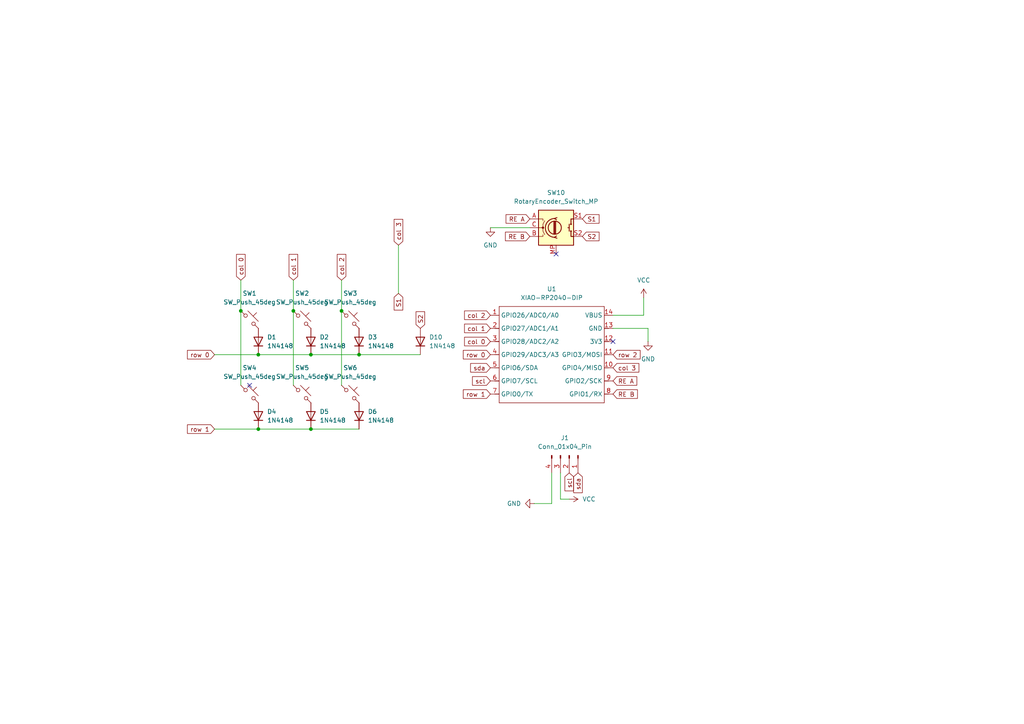
<source format=kicad_sch>
(kicad_sch
	(version 20250114)
	(generator "eeschema")
	(generator_version "9.0")
	(uuid "66899ed8-fe29-4fa9-a911-5b014b8c4a19")
	(paper "A4")
	(lib_symbols
		(symbol "Connector:Conn_01x04_Pin"
			(pin_names
				(offset 1.016)
				(hide yes)
			)
			(exclude_from_sim no)
			(in_bom yes)
			(on_board yes)
			(property "Reference" "J"
				(at 0 5.08 0)
				(effects
					(font
						(size 1.27 1.27)
					)
				)
			)
			(property "Value" "Conn_01x04_Pin"
				(at 0 -7.62 0)
				(effects
					(font
						(size 1.27 1.27)
					)
				)
			)
			(property "Footprint" ""
				(at 0 0 0)
				(effects
					(font
						(size 1.27 1.27)
					)
					(hide yes)
				)
			)
			(property "Datasheet" "~"
				(at 0 0 0)
				(effects
					(font
						(size 1.27 1.27)
					)
					(hide yes)
				)
			)
			(property "Description" "Generic connector, single row, 01x04, script generated"
				(at 0 0 0)
				(effects
					(font
						(size 1.27 1.27)
					)
					(hide yes)
				)
			)
			(property "ki_locked" ""
				(at 0 0 0)
				(effects
					(font
						(size 1.27 1.27)
					)
				)
			)
			(property "ki_keywords" "connector"
				(at 0 0 0)
				(effects
					(font
						(size 1.27 1.27)
					)
					(hide yes)
				)
			)
			(property "ki_fp_filters" "Connector*:*_1x??_*"
				(at 0 0 0)
				(effects
					(font
						(size 1.27 1.27)
					)
					(hide yes)
				)
			)
			(symbol "Conn_01x04_Pin_1_1"
				(rectangle
					(start 0.8636 2.667)
					(end 0 2.413)
					(stroke
						(width 0.1524)
						(type default)
					)
					(fill
						(type outline)
					)
				)
				(rectangle
					(start 0.8636 0.127)
					(end 0 -0.127)
					(stroke
						(width 0.1524)
						(type default)
					)
					(fill
						(type outline)
					)
				)
				(rectangle
					(start 0.8636 -2.413)
					(end 0 -2.667)
					(stroke
						(width 0.1524)
						(type default)
					)
					(fill
						(type outline)
					)
				)
				(rectangle
					(start 0.8636 -4.953)
					(end 0 -5.207)
					(stroke
						(width 0.1524)
						(type default)
					)
					(fill
						(type outline)
					)
				)
				(polyline
					(pts
						(xy 1.27 2.54) (xy 0.8636 2.54)
					)
					(stroke
						(width 0.1524)
						(type default)
					)
					(fill
						(type none)
					)
				)
				(polyline
					(pts
						(xy 1.27 0) (xy 0.8636 0)
					)
					(stroke
						(width 0.1524)
						(type default)
					)
					(fill
						(type none)
					)
				)
				(polyline
					(pts
						(xy 1.27 -2.54) (xy 0.8636 -2.54)
					)
					(stroke
						(width 0.1524)
						(type default)
					)
					(fill
						(type none)
					)
				)
				(polyline
					(pts
						(xy 1.27 -5.08) (xy 0.8636 -5.08)
					)
					(stroke
						(width 0.1524)
						(type default)
					)
					(fill
						(type none)
					)
				)
				(pin passive line
					(at 5.08 2.54 180)
					(length 3.81)
					(name "Pin_1"
						(effects
							(font
								(size 1.27 1.27)
							)
						)
					)
					(number "1"
						(effects
							(font
								(size 1.27 1.27)
							)
						)
					)
				)
				(pin passive line
					(at 5.08 0 180)
					(length 3.81)
					(name "Pin_2"
						(effects
							(font
								(size 1.27 1.27)
							)
						)
					)
					(number "2"
						(effects
							(font
								(size 1.27 1.27)
							)
						)
					)
				)
				(pin passive line
					(at 5.08 -2.54 180)
					(length 3.81)
					(name "Pin_3"
						(effects
							(font
								(size 1.27 1.27)
							)
						)
					)
					(number "3"
						(effects
							(font
								(size 1.27 1.27)
							)
						)
					)
				)
				(pin passive line
					(at 5.08 -5.08 180)
					(length 3.81)
					(name "Pin_4"
						(effects
							(font
								(size 1.27 1.27)
							)
						)
					)
					(number "4"
						(effects
							(font
								(size 1.27 1.27)
							)
						)
					)
				)
			)
			(embedded_fonts no)
		)
		(symbol "Device:RotaryEncoder_Switch_MP"
			(pin_names
				(offset 0.254)
				(hide yes)
			)
			(exclude_from_sim no)
			(in_bom yes)
			(on_board yes)
			(property "Reference" "SW"
				(at 0 8.89 0)
				(effects
					(font
						(size 1.27 1.27)
					)
				)
			)
			(property "Value" "RotaryEncoder_Switch_MP"
				(at 0 6.35 0)
				(effects
					(font
						(size 1.27 1.27)
					)
				)
			)
			(property "Footprint" ""
				(at -3.81 4.064 0)
				(effects
					(font
						(size 1.27 1.27)
					)
					(hide yes)
				)
			)
			(property "Datasheet" "~"
				(at 0 -12.7 0)
				(effects
					(font
						(size 1.27 1.27)
					)
					(hide yes)
				)
			)
			(property "Description" "Rotary encoder, dual channel, incremental quadrate outputs, with switch and MP Pin"
				(at 0 -15.24 0)
				(effects
					(font
						(size 1.27 1.27)
					)
					(hide yes)
				)
			)
			(property "ki_keywords" "rotary switch encoder switch push button"
				(at 0 0 0)
				(effects
					(font
						(size 1.27 1.27)
					)
					(hide yes)
				)
			)
			(property "ki_fp_filters" "RotaryEncoder*Switch*"
				(at 0 0 0)
				(effects
					(font
						(size 1.27 1.27)
					)
					(hide yes)
				)
			)
			(symbol "RotaryEncoder_Switch_MP_0_1"
				(rectangle
					(start -5.08 5.08)
					(end 5.08 -5.08)
					(stroke
						(width 0.254)
						(type default)
					)
					(fill
						(type background)
					)
				)
				(polyline
					(pts
						(xy -5.08 2.54) (xy -3.81 2.54) (xy -3.81 2.032)
					)
					(stroke
						(width 0)
						(type default)
					)
					(fill
						(type none)
					)
				)
				(polyline
					(pts
						(xy -5.08 0) (xy -3.81 0) (xy -3.81 -1.016) (xy -3.302 -2.032)
					)
					(stroke
						(width 0)
						(type default)
					)
					(fill
						(type none)
					)
				)
				(polyline
					(pts
						(xy -5.08 -2.54) (xy -3.81 -2.54) (xy -3.81 -2.032)
					)
					(stroke
						(width 0)
						(type default)
					)
					(fill
						(type none)
					)
				)
				(polyline
					(pts
						(xy -4.318 0) (xy -3.81 0) (xy -3.81 1.016) (xy -3.302 2.032)
					)
					(stroke
						(width 0)
						(type default)
					)
					(fill
						(type none)
					)
				)
				(circle
					(center -3.81 0)
					(radius 0.254)
					(stroke
						(width 0)
						(type default)
					)
					(fill
						(type outline)
					)
				)
				(polyline
					(pts
						(xy -0.635 -1.778) (xy -0.635 1.778)
					)
					(stroke
						(width 0.254)
						(type default)
					)
					(fill
						(type none)
					)
				)
				(circle
					(center -0.381 0)
					(radius 1.905)
					(stroke
						(width 0.254)
						(type default)
					)
					(fill
						(type none)
					)
				)
				(polyline
					(pts
						(xy -0.381 -1.778) (xy -0.381 1.778)
					)
					(stroke
						(width 0.254)
						(type default)
					)
					(fill
						(type none)
					)
				)
				(arc
					(start -0.381 -2.794)
					(mid -3.0988 -0.0635)
					(end -0.381 2.667)
					(stroke
						(width 0.254)
						(type default)
					)
					(fill
						(type none)
					)
				)
				(polyline
					(pts
						(xy -0.127 1.778) (xy -0.127 -1.778)
					)
					(stroke
						(width 0.254)
						(type default)
					)
					(fill
						(type none)
					)
				)
				(polyline
					(pts
						(xy 0.254 2.921) (xy -0.508 2.667) (xy 0.127 2.286)
					)
					(stroke
						(width 0.254)
						(type default)
					)
					(fill
						(type none)
					)
				)
				(polyline
					(pts
						(xy 0.254 -3.048) (xy -0.508 -2.794) (xy 0.127 -2.413)
					)
					(stroke
						(width 0.254)
						(type default)
					)
					(fill
						(type none)
					)
				)
				(polyline
					(pts
						(xy 3.81 1.016) (xy 3.81 -1.016)
					)
					(stroke
						(width 0.254)
						(type default)
					)
					(fill
						(type none)
					)
				)
				(polyline
					(pts
						(xy 3.81 0) (xy 3.429 0)
					)
					(stroke
						(width 0.254)
						(type default)
					)
					(fill
						(type none)
					)
				)
				(circle
					(center 4.318 1.016)
					(radius 0.127)
					(stroke
						(width 0.254)
						(type default)
					)
					(fill
						(type none)
					)
				)
				(circle
					(center 4.318 -1.016)
					(radius 0.127)
					(stroke
						(width 0.254)
						(type default)
					)
					(fill
						(type none)
					)
				)
				(polyline
					(pts
						(xy 5.08 2.54) (xy 4.318 2.54) (xy 4.318 1.016)
					)
					(stroke
						(width 0.254)
						(type default)
					)
					(fill
						(type none)
					)
				)
				(polyline
					(pts
						(xy 5.08 -2.54) (xy 4.318 -2.54) (xy 4.318 -1.016)
					)
					(stroke
						(width 0.254)
						(type default)
					)
					(fill
						(type none)
					)
				)
			)
			(symbol "RotaryEncoder_Switch_MP_1_1"
				(pin passive line
					(at -7.62 2.54 0)
					(length 2.54)
					(name "A"
						(effects
							(font
								(size 1.27 1.27)
							)
						)
					)
					(number "A"
						(effects
							(font
								(size 1.27 1.27)
							)
						)
					)
				)
				(pin passive line
					(at -7.62 0 0)
					(length 2.54)
					(name "C"
						(effects
							(font
								(size 1.27 1.27)
							)
						)
					)
					(number "C"
						(effects
							(font
								(size 1.27 1.27)
							)
						)
					)
				)
				(pin passive line
					(at -7.62 -2.54 0)
					(length 2.54)
					(name "B"
						(effects
							(font
								(size 1.27 1.27)
							)
						)
					)
					(number "B"
						(effects
							(font
								(size 1.27 1.27)
							)
						)
					)
				)
				(pin passive line
					(at 0 -7.62 90)
					(length 2.54)
					(name "MP"
						(effects
							(font
								(size 1.27 1.27)
							)
						)
					)
					(number "MP"
						(effects
							(font
								(size 1.27 1.27)
							)
						)
					)
				)
				(pin passive line
					(at 7.62 2.54 180)
					(length 2.54)
					(name "S1"
						(effects
							(font
								(size 1.27 1.27)
							)
						)
					)
					(number "S1"
						(effects
							(font
								(size 1.27 1.27)
							)
						)
					)
				)
				(pin passive line
					(at 7.62 -2.54 180)
					(length 2.54)
					(name "S2"
						(effects
							(font
								(size 1.27 1.27)
							)
						)
					)
					(number "S2"
						(effects
							(font
								(size 1.27 1.27)
							)
						)
					)
				)
			)
			(embedded_fonts no)
		)
		(symbol "Diode:1N4148"
			(pin_numbers
				(hide yes)
			)
			(pin_names
				(hide yes)
			)
			(exclude_from_sim no)
			(in_bom yes)
			(on_board yes)
			(property "Reference" "D"
				(at 0 2.54 0)
				(effects
					(font
						(size 1.27 1.27)
					)
				)
			)
			(property "Value" "1N4148"
				(at 0 -2.54 0)
				(effects
					(font
						(size 1.27 1.27)
					)
				)
			)
			(property "Footprint" "Diode_THT:D_DO-35_SOD27_P7.62mm_Horizontal"
				(at 0 0 0)
				(effects
					(font
						(size 1.27 1.27)
					)
					(hide yes)
				)
			)
			(property "Datasheet" "https://assets.nexperia.com/documents/data-sheet/1N4148_1N4448.pdf"
				(at 0 0 0)
				(effects
					(font
						(size 1.27 1.27)
					)
					(hide yes)
				)
			)
			(property "Description" "100V 0.15A standard switching diode, DO-35"
				(at 0 0 0)
				(effects
					(font
						(size 1.27 1.27)
					)
					(hide yes)
				)
			)
			(property "Sim.Device" "D"
				(at 0 0 0)
				(effects
					(font
						(size 1.27 1.27)
					)
					(hide yes)
				)
			)
			(property "Sim.Pins" "1=K 2=A"
				(at 0 0 0)
				(effects
					(font
						(size 1.27 1.27)
					)
					(hide yes)
				)
			)
			(property "ki_keywords" "diode"
				(at 0 0 0)
				(effects
					(font
						(size 1.27 1.27)
					)
					(hide yes)
				)
			)
			(property "ki_fp_filters" "D*DO?35*"
				(at 0 0 0)
				(effects
					(font
						(size 1.27 1.27)
					)
					(hide yes)
				)
			)
			(symbol "1N4148_0_1"
				(polyline
					(pts
						(xy -1.27 1.27) (xy -1.27 -1.27)
					)
					(stroke
						(width 0.254)
						(type default)
					)
					(fill
						(type none)
					)
				)
				(polyline
					(pts
						(xy 1.27 1.27) (xy 1.27 -1.27) (xy -1.27 0) (xy 1.27 1.27)
					)
					(stroke
						(width 0.254)
						(type default)
					)
					(fill
						(type none)
					)
				)
				(polyline
					(pts
						(xy 1.27 0) (xy -1.27 0)
					)
					(stroke
						(width 0)
						(type default)
					)
					(fill
						(type none)
					)
				)
			)
			(symbol "1N4148_1_1"
				(pin passive line
					(at -3.81 0 0)
					(length 2.54)
					(name "K"
						(effects
							(font
								(size 1.27 1.27)
							)
						)
					)
					(number "1"
						(effects
							(font
								(size 1.27 1.27)
							)
						)
					)
				)
				(pin passive line
					(at 3.81 0 180)
					(length 2.54)
					(name "A"
						(effects
							(font
								(size 1.27 1.27)
							)
						)
					)
					(number "2"
						(effects
							(font
								(size 1.27 1.27)
							)
						)
					)
				)
			)
			(embedded_fonts no)
		)
		(symbol "OPL:XIAO-RP2040-DIP"
			(exclude_from_sim no)
			(in_bom yes)
			(on_board yes)
			(property "Reference" "U"
				(at 0 0 0)
				(effects
					(font
						(size 1.27 1.27)
					)
				)
			)
			(property "Value" "XIAO-RP2040-DIP"
				(at 5.334 -1.778 0)
				(effects
					(font
						(size 1.27 1.27)
					)
				)
			)
			(property "Footprint" "Module:MOUDLE14P-XIAO-DIP-SMD"
				(at 14.478 -32.258 0)
				(effects
					(font
						(size 1.27 1.27)
					)
					(hide yes)
				)
			)
			(property "Datasheet" ""
				(at 0 0 0)
				(effects
					(font
						(size 1.27 1.27)
					)
					(hide yes)
				)
			)
			(property "Description" ""
				(at 0 0 0)
				(effects
					(font
						(size 1.27 1.27)
					)
					(hide yes)
				)
			)
			(symbol "XIAO-RP2040-DIP_1_0"
				(polyline
					(pts
						(xy -1.27 -2.54) (xy 29.21 -2.54)
					)
					(stroke
						(width 0.1524)
						(type solid)
					)
					(fill
						(type none)
					)
				)
				(polyline
					(pts
						(xy -1.27 -5.08) (xy -2.54 -5.08)
					)
					(stroke
						(width 0.1524)
						(type solid)
					)
					(fill
						(type none)
					)
				)
				(polyline
					(pts
						(xy -1.27 -5.08) (xy -1.27 -2.54)
					)
					(stroke
						(width 0.1524)
						(type solid)
					)
					(fill
						(type none)
					)
				)
				(polyline
					(pts
						(xy -1.27 -8.89) (xy -2.54 -8.89)
					)
					(stroke
						(width 0.1524)
						(type solid)
					)
					(fill
						(type none)
					)
				)
				(polyline
					(pts
						(xy -1.27 -8.89) (xy -1.27 -5.08)
					)
					(stroke
						(width 0.1524)
						(type solid)
					)
					(fill
						(type none)
					)
				)
				(polyline
					(pts
						(xy -1.27 -12.7) (xy -2.54 -12.7)
					)
					(stroke
						(width 0.1524)
						(type solid)
					)
					(fill
						(type none)
					)
				)
				(polyline
					(pts
						(xy -1.27 -12.7) (xy -1.27 -8.89)
					)
					(stroke
						(width 0.1524)
						(type solid)
					)
					(fill
						(type none)
					)
				)
				(polyline
					(pts
						(xy -1.27 -16.51) (xy -2.54 -16.51)
					)
					(stroke
						(width 0.1524)
						(type solid)
					)
					(fill
						(type none)
					)
				)
				(polyline
					(pts
						(xy -1.27 -16.51) (xy -1.27 -12.7)
					)
					(stroke
						(width 0.1524)
						(type solid)
					)
					(fill
						(type none)
					)
				)
				(polyline
					(pts
						(xy -1.27 -20.32) (xy -2.54 -20.32)
					)
					(stroke
						(width 0.1524)
						(type solid)
					)
					(fill
						(type none)
					)
				)
				(polyline
					(pts
						(xy -1.27 -24.13) (xy -2.54 -24.13)
					)
					(stroke
						(width 0.1524)
						(type solid)
					)
					(fill
						(type none)
					)
				)
				(polyline
					(pts
						(xy -1.27 -27.94) (xy -2.54 -27.94)
					)
					(stroke
						(width 0.1524)
						(type solid)
					)
					(fill
						(type none)
					)
				)
				(polyline
					(pts
						(xy -1.27 -30.48) (xy -1.27 -16.51)
					)
					(stroke
						(width 0.1524)
						(type solid)
					)
					(fill
						(type none)
					)
				)
				(polyline
					(pts
						(xy 29.21 -2.54) (xy 29.21 -5.08)
					)
					(stroke
						(width 0.1524)
						(type solid)
					)
					(fill
						(type none)
					)
				)
				(polyline
					(pts
						(xy 29.21 -5.08) (xy 29.21 -8.89)
					)
					(stroke
						(width 0.1524)
						(type solid)
					)
					(fill
						(type none)
					)
				)
				(polyline
					(pts
						(xy 29.21 -8.89) (xy 29.21 -12.7)
					)
					(stroke
						(width 0.1524)
						(type solid)
					)
					(fill
						(type none)
					)
				)
				(polyline
					(pts
						(xy 29.21 -12.7) (xy 29.21 -30.48)
					)
					(stroke
						(width 0.1524)
						(type solid)
					)
					(fill
						(type none)
					)
				)
				(polyline
					(pts
						(xy 29.21 -30.48) (xy -1.27 -30.48)
					)
					(stroke
						(width 0.1524)
						(type solid)
					)
					(fill
						(type none)
					)
				)
				(polyline
					(pts
						(xy 30.48 -5.08) (xy 29.21 -5.08)
					)
					(stroke
						(width 0.1524)
						(type solid)
					)
					(fill
						(type none)
					)
				)
				(polyline
					(pts
						(xy 30.48 -8.89) (xy 29.21 -8.89)
					)
					(stroke
						(width 0.1524)
						(type solid)
					)
					(fill
						(type none)
					)
				)
				(polyline
					(pts
						(xy 30.48 -12.7) (xy 29.21 -12.7)
					)
					(stroke
						(width 0.1524)
						(type solid)
					)
					(fill
						(type none)
					)
				)
				(polyline
					(pts
						(xy 30.48 -16.51) (xy 29.21 -16.51)
					)
					(stroke
						(width 0.1524)
						(type solid)
					)
					(fill
						(type none)
					)
				)
				(polyline
					(pts
						(xy 30.48 -20.32) (xy 29.21 -20.32)
					)
					(stroke
						(width 0.1524)
						(type solid)
					)
					(fill
						(type none)
					)
				)
				(polyline
					(pts
						(xy 30.48 -24.13) (xy 29.21 -24.13)
					)
					(stroke
						(width 0.1524)
						(type solid)
					)
					(fill
						(type none)
					)
				)
				(polyline
					(pts
						(xy 30.48 -27.94) (xy 29.21 -27.94)
					)
					(stroke
						(width 0.1524)
						(type solid)
					)
					(fill
						(type none)
					)
				)
				(pin passive line
					(at -3.81 -5.08 0)
					(length 2.54)
					(name "GPIO26/ADC0/A0"
						(effects
							(font
								(size 1.27 1.27)
							)
						)
					)
					(number "1"
						(effects
							(font
								(size 1.27 1.27)
							)
						)
					)
				)
				(pin passive line
					(at -3.81 -8.89 0)
					(length 2.54)
					(name "GPIO27/ADC1/A1"
						(effects
							(font
								(size 1.27 1.27)
							)
						)
					)
					(number "2"
						(effects
							(font
								(size 1.27 1.27)
							)
						)
					)
				)
				(pin passive line
					(at -3.81 -12.7 0)
					(length 2.54)
					(name "GPIO28/ADC2/A2"
						(effects
							(font
								(size 1.27 1.27)
							)
						)
					)
					(number "3"
						(effects
							(font
								(size 1.27 1.27)
							)
						)
					)
				)
				(pin passive line
					(at -3.81 -16.51 0)
					(length 2.54)
					(name "GPIO29/ADC3/A3"
						(effects
							(font
								(size 1.27 1.27)
							)
						)
					)
					(number "4"
						(effects
							(font
								(size 1.27 1.27)
							)
						)
					)
				)
				(pin passive line
					(at -3.81 -20.32 0)
					(length 2.54)
					(name "GPIO6/SDA"
						(effects
							(font
								(size 1.27 1.27)
							)
						)
					)
					(number "5"
						(effects
							(font
								(size 1.27 1.27)
							)
						)
					)
				)
				(pin passive line
					(at -3.81 -24.13 0)
					(length 2.54)
					(name "GPIO7/SCL"
						(effects
							(font
								(size 1.27 1.27)
							)
						)
					)
					(number "6"
						(effects
							(font
								(size 1.27 1.27)
							)
						)
					)
				)
				(pin passive line
					(at -3.81 -27.94 0)
					(length 2.54)
					(name "GPIO0/TX"
						(effects
							(font
								(size 1.27 1.27)
							)
						)
					)
					(number "7"
						(effects
							(font
								(size 1.27 1.27)
							)
						)
					)
				)
				(pin passive line
					(at 31.75 -5.08 180)
					(length 2.54)
					(name "VBUS"
						(effects
							(font
								(size 1.27 1.27)
							)
						)
					)
					(number "14"
						(effects
							(font
								(size 1.27 1.27)
							)
						)
					)
				)
				(pin passive line
					(at 31.75 -8.89 180)
					(length 2.54)
					(name "GND"
						(effects
							(font
								(size 1.27 1.27)
							)
						)
					)
					(number "13"
						(effects
							(font
								(size 1.27 1.27)
							)
						)
					)
				)
				(pin passive line
					(at 31.75 -12.7 180)
					(length 2.54)
					(name "3V3"
						(effects
							(font
								(size 1.27 1.27)
							)
						)
					)
					(number "12"
						(effects
							(font
								(size 1.27 1.27)
							)
						)
					)
				)
				(pin passive line
					(at 31.75 -16.51 180)
					(length 2.54)
					(name "GPIO3/MOSI"
						(effects
							(font
								(size 1.27 1.27)
							)
						)
					)
					(number "11"
						(effects
							(font
								(size 1.27 1.27)
							)
						)
					)
				)
				(pin passive line
					(at 31.75 -20.32 180)
					(length 2.54)
					(name "GPIO4/MISO"
						(effects
							(font
								(size 1.27 1.27)
							)
						)
					)
					(number "10"
						(effects
							(font
								(size 1.27 1.27)
							)
						)
					)
				)
				(pin passive line
					(at 31.75 -24.13 180)
					(length 2.54)
					(name "GPIO2/SCK"
						(effects
							(font
								(size 1.27 1.27)
							)
						)
					)
					(number "9"
						(effects
							(font
								(size 1.27 1.27)
							)
						)
					)
				)
				(pin passive line
					(at 31.75 -27.94 180)
					(length 2.54)
					(name "GPIO1/RX"
						(effects
							(font
								(size 1.27 1.27)
							)
						)
					)
					(number "8"
						(effects
							(font
								(size 1.27 1.27)
							)
						)
					)
				)
			)
			(embedded_fonts no)
		)
		(symbol "Switch:SW_Push_45deg"
			(pin_numbers
				(hide yes)
			)
			(pin_names
				(offset 1.016)
				(hide yes)
			)
			(exclude_from_sim no)
			(in_bom yes)
			(on_board yes)
			(property "Reference" "SW"
				(at 3.048 1.016 0)
				(effects
					(font
						(size 1.27 1.27)
					)
					(justify left)
				)
			)
			(property "Value" "SW_Push_45deg"
				(at 0 -3.81 0)
				(effects
					(font
						(size 1.27 1.27)
					)
				)
			)
			(property "Footprint" ""
				(at 0 0 0)
				(effects
					(font
						(size 1.27 1.27)
					)
					(hide yes)
				)
			)
			(property "Datasheet" "~"
				(at 0 0 0)
				(effects
					(font
						(size 1.27 1.27)
					)
					(hide yes)
				)
			)
			(property "Description" "Push button switch, normally open, two pins, 45° tilted"
				(at 0 0 0)
				(effects
					(font
						(size 1.27 1.27)
					)
					(hide yes)
				)
			)
			(property "ki_keywords" "switch normally-open pushbutton push-button"
				(at 0 0 0)
				(effects
					(font
						(size 1.27 1.27)
					)
					(hide yes)
				)
			)
			(symbol "SW_Push_45deg_0_1"
				(polyline
					(pts
						(xy -2.54 2.54) (xy -1.524 1.524) (xy -1.524 1.524)
					)
					(stroke
						(width 0)
						(type default)
					)
					(fill
						(type none)
					)
				)
				(circle
					(center -1.1684 1.1684)
					(radius 0.508)
					(stroke
						(width 0)
						(type default)
					)
					(fill
						(type none)
					)
				)
				(polyline
					(pts
						(xy -0.508 2.54) (xy 2.54 -0.508)
					)
					(stroke
						(width 0)
						(type default)
					)
					(fill
						(type none)
					)
				)
				(polyline
					(pts
						(xy 1.016 1.016) (xy 2.032 2.032)
					)
					(stroke
						(width 0)
						(type default)
					)
					(fill
						(type none)
					)
				)
				(circle
					(center 1.143 -1.1938)
					(radius 0.508)
					(stroke
						(width 0)
						(type default)
					)
					(fill
						(type none)
					)
				)
				(polyline
					(pts
						(xy 1.524 -1.524) (xy 2.54 -2.54) (xy 2.54 -2.54) (xy 2.54 -2.54)
					)
					(stroke
						(width 0)
						(type default)
					)
					(fill
						(type none)
					)
				)
				(pin passive line
					(at -2.54 2.54 0)
					(length 0)
					(name "1"
						(effects
							(font
								(size 1.27 1.27)
							)
						)
					)
					(number "1"
						(effects
							(font
								(size 1.27 1.27)
							)
						)
					)
				)
				(pin passive line
					(at 2.54 -2.54 180)
					(length 0)
					(name "2"
						(effects
							(font
								(size 1.27 1.27)
							)
						)
					)
					(number "2"
						(effects
							(font
								(size 1.27 1.27)
							)
						)
					)
				)
			)
			(embedded_fonts no)
		)
		(symbol "power:GND"
			(power)
			(pin_numbers
				(hide yes)
			)
			(pin_names
				(offset 0)
				(hide yes)
			)
			(exclude_from_sim no)
			(in_bom yes)
			(on_board yes)
			(property "Reference" "#PWR"
				(at 0 -6.35 0)
				(effects
					(font
						(size 1.27 1.27)
					)
					(hide yes)
				)
			)
			(property "Value" "GND"
				(at 0 -3.81 0)
				(effects
					(font
						(size 1.27 1.27)
					)
				)
			)
			(property "Footprint" ""
				(at 0 0 0)
				(effects
					(font
						(size 1.27 1.27)
					)
					(hide yes)
				)
			)
			(property "Datasheet" ""
				(at 0 0 0)
				(effects
					(font
						(size 1.27 1.27)
					)
					(hide yes)
				)
			)
			(property "Description" "Power symbol creates a global label with name \"GND\" , ground"
				(at 0 0 0)
				(effects
					(font
						(size 1.27 1.27)
					)
					(hide yes)
				)
			)
			(property "ki_keywords" "global power"
				(at 0 0 0)
				(effects
					(font
						(size 1.27 1.27)
					)
					(hide yes)
				)
			)
			(symbol "GND_0_1"
				(polyline
					(pts
						(xy 0 0) (xy 0 -1.27) (xy 1.27 -1.27) (xy 0 -2.54) (xy -1.27 -1.27) (xy 0 -1.27)
					)
					(stroke
						(width 0)
						(type default)
					)
					(fill
						(type none)
					)
				)
			)
			(symbol "GND_1_1"
				(pin power_in line
					(at 0 0 270)
					(length 0)
					(name "~"
						(effects
							(font
								(size 1.27 1.27)
							)
						)
					)
					(number "1"
						(effects
							(font
								(size 1.27 1.27)
							)
						)
					)
				)
			)
			(embedded_fonts no)
		)
		(symbol "power:VCC"
			(power)
			(pin_numbers
				(hide yes)
			)
			(pin_names
				(offset 0)
				(hide yes)
			)
			(exclude_from_sim no)
			(in_bom yes)
			(on_board yes)
			(property "Reference" "#PWR"
				(at 0 -3.81 0)
				(effects
					(font
						(size 1.27 1.27)
					)
					(hide yes)
				)
			)
			(property "Value" "VCC"
				(at 0 3.556 0)
				(effects
					(font
						(size 1.27 1.27)
					)
				)
			)
			(property "Footprint" ""
				(at 0 0 0)
				(effects
					(font
						(size 1.27 1.27)
					)
					(hide yes)
				)
			)
			(property "Datasheet" ""
				(at 0 0 0)
				(effects
					(font
						(size 1.27 1.27)
					)
					(hide yes)
				)
			)
			(property "Description" "Power symbol creates a global label with name \"VCC\""
				(at 0 0 0)
				(effects
					(font
						(size 1.27 1.27)
					)
					(hide yes)
				)
			)
			(property "ki_keywords" "global power"
				(at 0 0 0)
				(effects
					(font
						(size 1.27 1.27)
					)
					(hide yes)
				)
			)
			(symbol "VCC_0_1"
				(polyline
					(pts
						(xy -0.762 1.27) (xy 0 2.54)
					)
					(stroke
						(width 0)
						(type default)
					)
					(fill
						(type none)
					)
				)
				(polyline
					(pts
						(xy 0 2.54) (xy 0.762 1.27)
					)
					(stroke
						(width 0)
						(type default)
					)
					(fill
						(type none)
					)
				)
				(polyline
					(pts
						(xy 0 0) (xy 0 2.54)
					)
					(stroke
						(width 0)
						(type default)
					)
					(fill
						(type none)
					)
				)
			)
			(symbol "VCC_1_1"
				(pin power_in line
					(at 0 0 90)
					(length 0)
					(name "~"
						(effects
							(font
								(size 1.27 1.27)
							)
						)
					)
					(number "1"
						(effects
							(font
								(size 1.27 1.27)
							)
						)
					)
				)
			)
			(embedded_fonts no)
		)
	)
	(junction
		(at 104.14 102.87)
		(diameter 0)
		(color 0 0 0 0)
		(uuid "05971e41-6886-49f1-84be-1b56b94c89f5")
	)
	(junction
		(at 90.17 124.46)
		(diameter 0)
		(color 0 0 0 0)
		(uuid "75a4a7f4-e6f8-4ad9-a094-2768b48cbf4f")
	)
	(junction
		(at 90.17 102.87)
		(diameter 0)
		(color 0 0 0 0)
		(uuid "a713e274-4f69-4051-ac2d-f46698bfa7b7")
	)
	(junction
		(at 85.09 90.17)
		(diameter 0)
		(color 0 0 0 0)
		(uuid "be1dc8a8-72b8-43ab-9f28-d55a808011aa")
	)
	(junction
		(at 74.93 124.46)
		(diameter 0)
		(color 0 0 0 0)
		(uuid "cad912f7-17ad-438b-92a3-ce27239f3988")
	)
	(junction
		(at 69.85 90.17)
		(diameter 0)
		(color 0 0 0 0)
		(uuid "d9c063eb-a0e6-4094-9de6-0e1eb041091b")
	)
	(junction
		(at 99.06 90.17)
		(diameter 0)
		(color 0 0 0 0)
		(uuid "e96218a6-8215-47f3-8392-d31b67f4ecec")
	)
	(junction
		(at 74.93 102.87)
		(diameter 0)
		(color 0 0 0 0)
		(uuid "ed1ba29d-9e85-4f4b-9547-46791c65747f")
	)
	(no_connect
		(at 161.29 73.66)
		(uuid "af0e8249-cf60-4d18-913d-a7e4d4cf32a3")
	)
	(no_connect
		(at 177.8 99.06)
		(uuid "bf3d855d-c909-4e65-a6dc-7b1ca086a0d3")
	)
	(no_connect
		(at 72.39 111.76)
		(uuid "de085fab-42ea-4079-9133-869c8bc7c8bc")
	)
	(wire
		(pts
			(xy 62.23 124.46) (xy 74.93 124.46)
		)
		(stroke
			(width 0)
			(type default)
		)
		(uuid "0cf8b656-1ba6-4126-8fe7-602621e7fea6")
	)
	(wire
		(pts
			(xy 74.93 124.46) (xy 90.17 124.46)
		)
		(stroke
			(width 0)
			(type default)
		)
		(uuid "0d7422ac-c6d8-4b57-b823-9a18a18bafa3")
	)
	(wire
		(pts
			(xy 69.85 81.28) (xy 69.85 90.17)
		)
		(stroke
			(width 0)
			(type default)
		)
		(uuid "147ffdbe-50e7-420d-9ffc-0fa831722f15")
	)
	(wire
		(pts
			(xy 186.69 86.36) (xy 186.69 91.44)
		)
		(stroke
			(width 0)
			(type default)
		)
		(uuid "1a043d5c-03c6-419c-a342-f0d0f16dfe83")
	)
	(wire
		(pts
			(xy 85.09 90.17) (xy 85.09 111.76)
		)
		(stroke
			(width 0)
			(type default)
		)
		(uuid "313cd6d9-5b8b-4208-96a1-fd5102679430")
	)
	(wire
		(pts
			(xy 160.02 137.16) (xy 160.02 146.05)
		)
		(stroke
			(width 0)
			(type default)
		)
		(uuid "321ffbb3-43be-468d-8256-15098d317a9d")
	)
	(wire
		(pts
			(xy 69.85 90.17) (xy 69.85 111.76)
		)
		(stroke
			(width 0)
			(type default)
		)
		(uuid "366a6bcc-c6e9-47d6-abf6-6363632a1654")
	)
	(wire
		(pts
			(xy 99.06 90.17) (xy 99.06 111.76)
		)
		(stroke
			(width 0)
			(type default)
		)
		(uuid "3bc8d323-d198-4c5e-ad95-6f42b6f5a2d7")
	)
	(wire
		(pts
			(xy 115.57 71.12) (xy 115.57 85.09)
		)
		(stroke
			(width 0)
			(type default)
		)
		(uuid "43afdfdb-44f9-4968-8e87-fd323ea0426d")
	)
	(wire
		(pts
			(xy 74.93 102.87) (xy 90.17 102.87)
		)
		(stroke
			(width 0)
			(type default)
		)
		(uuid "4a3547cb-8812-4a7e-800a-8ef523b685f2")
	)
	(wire
		(pts
			(xy 177.8 91.44) (xy 186.69 91.44)
		)
		(stroke
			(width 0)
			(type default)
		)
		(uuid "5c086107-78ec-46db-927b-fa70e0b50de9")
	)
	(wire
		(pts
			(xy 162.56 137.16) (xy 162.56 144.78)
		)
		(stroke
			(width 0)
			(type default)
		)
		(uuid "60cd1e55-69cb-4eb2-a0e2-8ef80dd5669e")
	)
	(wire
		(pts
			(xy 104.14 102.87) (xy 121.92 102.87)
		)
		(stroke
			(width 0)
			(type default)
		)
		(uuid "75e5b24f-0677-4017-a313-bf03f5dfd520")
	)
	(wire
		(pts
			(xy 62.23 102.87) (xy 74.93 102.87)
		)
		(stroke
			(width 0)
			(type default)
		)
		(uuid "7de91584-24a9-43d9-a1f1-ab577799ccb5")
	)
	(wire
		(pts
			(xy 90.17 102.87) (xy 104.14 102.87)
		)
		(stroke
			(width 0)
			(type default)
		)
		(uuid "8552298a-30bf-4630-8fb4-a7d4c24816ce")
	)
	(wire
		(pts
			(xy 142.24 66.04) (xy 153.67 66.04)
		)
		(stroke
			(width 0)
			(type default)
		)
		(uuid "8fe9ee56-3d2a-4bf1-8a2c-11cb92e01d9b")
	)
	(wire
		(pts
			(xy 154.94 146.05) (xy 160.02 146.05)
		)
		(stroke
			(width 0)
			(type default)
		)
		(uuid "a09a9357-6c80-4904-bf69-888755a82b4c")
	)
	(wire
		(pts
			(xy 85.09 81.28) (xy 85.09 90.17)
		)
		(stroke
			(width 0)
			(type default)
		)
		(uuid "b03ad697-371d-445d-82a8-2dce531574f3")
	)
	(wire
		(pts
			(xy 177.8 95.25) (xy 187.96 95.25)
		)
		(stroke
			(width 0)
			(type default)
		)
		(uuid "c54fa7b1-5dff-43a9-9449-024859892b68")
	)
	(wire
		(pts
			(xy 99.06 81.28) (xy 99.06 90.17)
		)
		(stroke
			(width 0)
			(type default)
		)
		(uuid "ca087306-5e6d-402a-83ad-001d6a27434e")
	)
	(wire
		(pts
			(xy 187.96 95.25) (xy 187.96 99.06)
		)
		(stroke
			(width 0)
			(type default)
		)
		(uuid "e2350990-a30a-4477-abaf-c630bbcac0dd")
	)
	(wire
		(pts
			(xy 90.17 124.46) (xy 104.14 124.46)
		)
		(stroke
			(width 0)
			(type default)
		)
		(uuid "ef5f0953-c3d8-418c-a05f-76d5e53ed6d9")
	)
	(wire
		(pts
			(xy 162.56 144.78) (xy 165.1 144.78)
		)
		(stroke
			(width 0)
			(type default)
		)
		(uuid "fb485f70-18f1-4e34-b3d9-b09686e0970a")
	)
	(global_label "S1"
		(shape input)
		(at 168.91 63.5 0)
		(fields_autoplaced yes)
		(effects
			(font
				(size 1.27 1.27)
			)
			(justify left)
		)
		(uuid "0929c20a-a7f1-47af-908d-4bf32995147a")
		(property "Intersheetrefs" "${INTERSHEET_REFS}"
			(at 174.3142 63.5 0)
			(effects
				(font
					(size 1.27 1.27)
				)
				(justify left)
				(hide yes)
			)
		)
	)
	(global_label "RE B"
		(shape input)
		(at 153.67 68.58 180)
		(fields_autoplaced yes)
		(effects
			(font
				(size 1.27 1.27)
			)
			(justify right)
		)
		(uuid "0aa5358b-12a4-419d-8edc-dd39b68a2e98")
		(property "Intersheetrefs" "${INTERSHEET_REFS}"
			(at 146.0282 68.58 0)
			(effects
				(font
					(size 1.27 1.27)
				)
				(justify right)
				(hide yes)
			)
		)
	)
	(global_label "scl"
		(shape input)
		(at 165.1 137.16 270)
		(fields_autoplaced yes)
		(effects
			(font
				(size 1.27 1.27)
			)
			(justify right)
		)
		(uuid "0bc132e8-76a3-4cc2-ba46-8b8b2d75770d")
		(property "Intersheetrefs" "${INTERSHEET_REFS}"
			(at 165.1 142.9271 90)
			(effects
				(font
					(size 1.27 1.27)
				)
				(justify right)
				(hide yes)
			)
		)
	)
	(global_label "col 2"
		(shape input)
		(at 99.06 81.28 90)
		(fields_autoplaced yes)
		(effects
			(font
				(size 1.27 1.27)
			)
			(justify left)
		)
		(uuid "20bc4bae-f552-4bab-9c05-317afe66b548")
		(property "Intersheetrefs" "${INTERSHEET_REFS}"
			(at 99.06 73.2149 90)
			(effects
				(font
					(size 1.27 1.27)
				)
				(justify left)
				(hide yes)
			)
		)
	)
	(global_label "sda"
		(shape input)
		(at 167.64 137.16 270)
		(fields_autoplaced yes)
		(effects
			(font
				(size 1.27 1.27)
			)
			(justify right)
		)
		(uuid "24e07446-9116-43d8-9fb5-9760d567b8bf")
		(property "Intersheetrefs" "${INTERSHEET_REFS}"
			(at 167.64 143.4713 90)
			(effects
				(font
					(size 1.27 1.27)
				)
				(justify right)
				(hide yes)
			)
		)
	)
	(global_label "col 2"
		(shape input)
		(at 142.24 91.44 180)
		(fields_autoplaced yes)
		(effects
			(font
				(size 1.27 1.27)
			)
			(justify right)
		)
		(uuid "27631edb-ae66-41f9-9b4e-3ed446aedc3a")
		(property "Intersheetrefs" "${INTERSHEET_REFS}"
			(at 134.1749 91.44 0)
			(effects
				(font
					(size 1.27 1.27)
				)
				(justify right)
				(hide yes)
			)
		)
	)
	(global_label "col 0"
		(shape input)
		(at 69.85 81.28 90)
		(fields_autoplaced yes)
		(effects
			(font
				(size 1.27 1.27)
			)
			(justify left)
		)
		(uuid "2b3442af-9bf3-47fd-8e17-033fad9c4c5c")
		(property "Intersheetrefs" "${INTERSHEET_REFS}"
			(at 69.85 73.2149 90)
			(effects
				(font
					(size 1.27 1.27)
				)
				(justify left)
				(hide yes)
			)
		)
	)
	(global_label "row 0"
		(shape input)
		(at 142.24 102.87 180)
		(fields_autoplaced yes)
		(effects
			(font
				(size 1.27 1.27)
			)
			(justify right)
		)
		(uuid "2c698546-4f79-43e6-9d2a-71fa3bd47e21")
		(property "Intersheetrefs" "${INTERSHEET_REFS}"
			(at 133.812 102.87 0)
			(effects
				(font
					(size 1.27 1.27)
				)
				(justify right)
				(hide yes)
			)
		)
	)
	(global_label "row 1"
		(shape input)
		(at 142.24 114.3 180)
		(fields_autoplaced yes)
		(effects
			(font
				(size 1.27 1.27)
			)
			(justify right)
		)
		(uuid "335699fd-dd77-4af1-aabd-83ed6470d5e9")
		(property "Intersheetrefs" "${INTERSHEET_REFS}"
			(at 133.812 114.3 0)
			(effects
				(font
					(size 1.27 1.27)
				)
				(justify right)
				(hide yes)
			)
		)
	)
	(global_label "col 3"
		(shape input)
		(at 177.8 106.68 0)
		(fields_autoplaced yes)
		(effects
			(font
				(size 1.27 1.27)
			)
			(justify left)
		)
		(uuid "4ce36204-cff0-4ff9-9ced-0569ef99dc30")
		(property "Intersheetrefs" "${INTERSHEET_REFS}"
			(at 185.8651 106.68 0)
			(effects
				(font
					(size 1.27 1.27)
				)
				(justify left)
				(hide yes)
			)
		)
	)
	(global_label "S2"
		(shape input)
		(at 121.92 95.25 90)
		(fields_autoplaced yes)
		(effects
			(font
				(size 1.27 1.27)
			)
			(justify left)
		)
		(uuid "524f4beb-ee6f-4fa2-a03a-48cf2580c13b")
		(property "Intersheetrefs" "${INTERSHEET_REFS}"
			(at 121.92 89.8458 90)
			(effects
				(font
					(size 1.27 1.27)
				)
				(justify left)
				(hide yes)
			)
		)
	)
	(global_label "col 1"
		(shape input)
		(at 85.09 81.28 90)
		(fields_autoplaced yes)
		(effects
			(font
				(size 1.27 1.27)
			)
			(justify left)
		)
		(uuid "61b9e123-c2d9-441b-acd9-2b82491f37e2")
		(property "Intersheetrefs" "${INTERSHEET_REFS}"
			(at 85.09 73.2149 90)
			(effects
				(font
					(size 1.27 1.27)
				)
				(justify left)
				(hide yes)
			)
		)
	)
	(global_label "row 2"
		(shape input)
		(at 177.8 102.87 0)
		(fields_autoplaced yes)
		(effects
			(font
				(size 1.27 1.27)
			)
			(justify left)
		)
		(uuid "66c4a9f2-6451-457a-8361-4bfbf4249a05")
		(property "Intersheetrefs" "${INTERSHEET_REFS}"
			(at 186.228 102.87 0)
			(effects
				(font
					(size 1.27 1.27)
				)
				(justify left)
				(hide yes)
			)
		)
	)
	(global_label "row 0"
		(shape input)
		(at 62.23 102.87 180)
		(fields_autoplaced yes)
		(effects
			(font
				(size 1.27 1.27)
			)
			(justify right)
		)
		(uuid "6b10d231-3a92-4eca-b72a-a2d23de7a721")
		(property "Intersheetrefs" "${INTERSHEET_REFS}"
			(at 53.802 102.87 0)
			(effects
				(font
					(size 1.27 1.27)
				)
				(justify right)
				(hide yes)
			)
		)
	)
	(global_label "RE B"
		(shape input)
		(at 177.8 114.3 0)
		(fields_autoplaced yes)
		(effects
			(font
				(size 1.27 1.27)
			)
			(justify left)
		)
		(uuid "8286b187-01a3-4d37-8a25-35663e46f65d")
		(property "Intersheetrefs" "${INTERSHEET_REFS}"
			(at 185.4418 114.3 0)
			(effects
				(font
					(size 1.27 1.27)
				)
				(justify left)
				(hide yes)
			)
		)
	)
	(global_label "row 1"
		(shape input)
		(at 62.23 124.46 180)
		(fields_autoplaced yes)
		(effects
			(font
				(size 1.27 1.27)
			)
			(justify right)
		)
		(uuid "8cab9326-91a5-4567-a076-b62139221914")
		(property "Intersheetrefs" "${INTERSHEET_REFS}"
			(at 53.802 124.46 0)
			(effects
				(font
					(size 1.27 1.27)
				)
				(justify right)
				(hide yes)
			)
		)
	)
	(global_label "col 0"
		(shape input)
		(at 142.24 99.06 180)
		(fields_autoplaced yes)
		(effects
			(font
				(size 1.27 1.27)
			)
			(justify right)
		)
		(uuid "8f0a7095-beb7-4e0e-b4e9-02353b775b19")
		(property "Intersheetrefs" "${INTERSHEET_REFS}"
			(at 134.1749 99.06 0)
			(effects
				(font
					(size 1.27 1.27)
				)
				(justify right)
				(hide yes)
			)
		)
	)
	(global_label "RE A"
		(shape input)
		(at 177.8 110.49 0)
		(fields_autoplaced yes)
		(effects
			(font
				(size 1.27 1.27)
			)
			(justify left)
		)
		(uuid "94e8a735-8a14-420a-b8a3-9a49338eb33e")
		(property "Intersheetrefs" "${INTERSHEET_REFS}"
			(at 185.2604 110.49 0)
			(effects
				(font
					(size 1.27 1.27)
				)
				(justify left)
				(hide yes)
			)
		)
	)
	(global_label "S1"
		(shape input)
		(at 115.57 85.09 270)
		(fields_autoplaced yes)
		(effects
			(font
				(size 1.27 1.27)
			)
			(justify right)
		)
		(uuid "a2d2166a-982e-4a97-bb49-61f78e3478d7")
		(property "Intersheetrefs" "${INTERSHEET_REFS}"
			(at 115.57 90.4942 90)
			(effects
				(font
					(size 1.27 1.27)
				)
				(justify right)
				(hide yes)
			)
		)
	)
	(global_label "sda"
		(shape input)
		(at 142.24 106.68 180)
		(fields_autoplaced yes)
		(effects
			(font
				(size 1.27 1.27)
			)
			(justify right)
		)
		(uuid "bf582aae-9556-40ad-bea3-ccc3684a78c7")
		(property "Intersheetrefs" "${INTERSHEET_REFS}"
			(at 135.9287 106.68 0)
			(effects
				(font
					(size 1.27 1.27)
				)
				(justify right)
				(hide yes)
			)
		)
	)
	(global_label "col 3"
		(shape input)
		(at 115.57 71.12 90)
		(fields_autoplaced yes)
		(effects
			(font
				(size 1.27 1.27)
			)
			(justify left)
		)
		(uuid "c70ab165-4b3b-4f2c-a9a9-1f52b7e9198d")
		(property "Intersheetrefs" "${INTERSHEET_REFS}"
			(at 115.57 63.0549 90)
			(effects
				(font
					(size 1.27 1.27)
				)
				(justify left)
				(hide yes)
			)
		)
	)
	(global_label "S2"
		(shape input)
		(at 168.91 68.58 0)
		(fields_autoplaced yes)
		(effects
			(font
				(size 1.27 1.27)
			)
			(justify left)
		)
		(uuid "d31c6fbf-a942-4c97-98d8-707dd464b8af")
		(property "Intersheetrefs" "${INTERSHEET_REFS}"
			(at 174.3142 68.58 0)
			(effects
				(font
					(size 1.27 1.27)
				)
				(justify left)
				(hide yes)
			)
		)
	)
	(global_label "col 1"
		(shape input)
		(at 142.24 95.25 180)
		(fields_autoplaced yes)
		(effects
			(font
				(size 1.27 1.27)
			)
			(justify right)
		)
		(uuid "d5f55d5c-f4c8-4eb3-bcfc-7d4bec26a498")
		(property "Intersheetrefs" "${INTERSHEET_REFS}"
			(at 134.1749 95.25 0)
			(effects
				(font
					(size 1.27 1.27)
				)
				(justify right)
				(hide yes)
			)
		)
	)
	(global_label "RE A"
		(shape input)
		(at 153.67 63.5 180)
		(fields_autoplaced yes)
		(effects
			(font
				(size 1.27 1.27)
			)
			(justify right)
		)
		(uuid "d6ac8e23-5323-4a79-8f40-512066d86fe7")
		(property "Intersheetrefs" "${INTERSHEET_REFS}"
			(at 146.2096 63.5 0)
			(effects
				(font
					(size 1.27 1.27)
				)
				(justify right)
				(hide yes)
			)
		)
	)
	(global_label "scl"
		(shape input)
		(at 142.24 110.49 180)
		(fields_autoplaced yes)
		(effects
			(font
				(size 1.27 1.27)
			)
			(justify right)
		)
		(uuid "f326ce17-6641-431c-b08d-883ef7a4fdc3")
		(property "Intersheetrefs" "${INTERSHEET_REFS}"
			(at 136.4729 110.49 0)
			(effects
				(font
					(size 1.27 1.27)
				)
				(justify right)
				(hide yes)
			)
		)
	)
	(symbol
		(lib_id "Diode:1N4148")
		(at 104.14 99.06 90)
		(unit 1)
		(exclude_from_sim no)
		(in_bom yes)
		(on_board yes)
		(dnp no)
		(fields_autoplaced yes)
		(uuid "0239e2e0-c41d-4328-bd25-0e5fd4fff920")
		(property "Reference" "D3"
			(at 106.68 97.7899 90)
			(effects
				(font
					(size 1.27 1.27)
				)
				(justify right)
			)
		)
		(property "Value" "1N4148"
			(at 106.68 100.3299 90)
			(effects
				(font
					(size 1.27 1.27)
				)
				(justify right)
			)
		)
		(property "Footprint" "Diode_THT:D_DO-35_SOD27_P7.62mm_Horizontal"
			(at 104.14 99.06 0)
			(effects
				(font
					(size 1.27 1.27)
				)
				(hide yes)
			)
		)
		(property "Datasheet" "https://assets.nexperia.com/documents/data-sheet/1N4148_1N4448.pdf"
			(at 104.14 99.06 0)
			(effects
				(font
					(size 1.27 1.27)
				)
				(hide yes)
			)
		)
		(property "Description" "100V 0.15A standard switching diode, DO-35"
			(at 104.14 99.06 0)
			(effects
				(font
					(size 1.27 1.27)
				)
				(hide yes)
			)
		)
		(property "Sim.Device" "D"
			(at 104.14 99.06 0)
			(effects
				(font
					(size 1.27 1.27)
				)
				(hide yes)
			)
		)
		(property "Sim.Pins" "1=K 2=A"
			(at 104.14 99.06 0)
			(effects
				(font
					(size 1.27 1.27)
				)
				(hide yes)
			)
		)
		(pin "2"
			(uuid "265d003b-e05c-42ce-8f48-09dd84793048")
		)
		(pin "1"
			(uuid "72abd128-8707-4d2f-9cd4-8011f7019697")
		)
		(instances
			(project "macropad"
				(path "/66899ed8-fe29-4fa9-a911-5b014b8c4a19"
					(reference "D3")
					(unit 1)
				)
			)
		)
	)
	(symbol
		(lib_id "Diode:1N4148")
		(at 121.92 99.06 90)
		(unit 1)
		(exclude_from_sim no)
		(in_bom yes)
		(on_board yes)
		(dnp no)
		(fields_autoplaced yes)
		(uuid "20164cab-0af9-43c3-85e8-5d52d65bdf34")
		(property "Reference" "D10"
			(at 124.46 97.7899 90)
			(effects
				(font
					(size 1.27 1.27)
				)
				(justify right)
			)
		)
		(property "Value" "1N4148"
			(at 124.46 100.3299 90)
			(effects
				(font
					(size 1.27 1.27)
				)
				(justify right)
			)
		)
		(property "Footprint" "Diode_THT:D_DO-35_SOD27_P7.62mm_Horizontal"
			(at 121.92 99.06 0)
			(effects
				(font
					(size 1.27 1.27)
				)
				(hide yes)
			)
		)
		(property "Datasheet" "https://assets.nexperia.com/documents/data-sheet/1N4148_1N4448.pdf"
			(at 121.92 99.06 0)
			(effects
				(font
					(size 1.27 1.27)
				)
				(hide yes)
			)
		)
		(property "Description" "100V 0.15A standard switching diode, DO-35"
			(at 121.92 99.06 0)
			(effects
				(font
					(size 1.27 1.27)
				)
				(hide yes)
			)
		)
		(property "Sim.Device" "D"
			(at 121.92 99.06 0)
			(effects
				(font
					(size 1.27 1.27)
				)
				(hide yes)
			)
		)
		(property "Sim.Pins" "1=K 2=A"
			(at 121.92 99.06 0)
			(effects
				(font
					(size 1.27 1.27)
				)
				(hide yes)
			)
		)
		(pin "2"
			(uuid "2f20951c-3d67-4841-9330-fce471c01496")
		)
		(pin "1"
			(uuid "2c33807c-f0a8-4476-be3b-8d133ce0c74a")
		)
		(instances
			(project "macropad"
				(path "/66899ed8-fe29-4fa9-a911-5b014b8c4a19"
					(reference "D10")
					(unit 1)
				)
			)
		)
	)
	(symbol
		(lib_id "Connector:Conn_01x04_Pin")
		(at 165.1 132.08 270)
		(unit 1)
		(exclude_from_sim no)
		(in_bom yes)
		(on_board yes)
		(dnp no)
		(fields_autoplaced yes)
		(uuid "2cbff832-5054-461d-b7b9-3c8d3a8b6cc4")
		(property "Reference" "J1"
			(at 163.83 127 90)
			(effects
				(font
					(size 1.27 1.27)
				)
			)
		)
		(property "Value" "Conn_01x04_Pin"
			(at 163.83 129.54 90)
			(effects
				(font
					(size 1.27 1.27)
				)
			)
		)
		(property "Footprint" "Connector_PinHeader_2.54mm:PinHeader_1x04_P2.54mm_Vertical"
			(at 165.1 132.08 0)
			(effects
				(font
					(size 1.27 1.27)
				)
				(hide yes)
			)
		)
		(property "Datasheet" "~"
			(at 165.1 132.08 0)
			(effects
				(font
					(size 1.27 1.27)
				)
				(hide yes)
			)
		)
		(property "Description" "Generic connector, single row, 01x04, script generated"
			(at 165.1 132.08 0)
			(effects
				(font
					(size 1.27 1.27)
				)
				(hide yes)
			)
		)
		(pin "3"
			(uuid "1196ae0e-46de-45e7-abe4-4e430069c11d")
		)
		(pin "2"
			(uuid "23719b4d-4218-4893-93b7-498671953d1a")
		)
		(pin "1"
			(uuid "5f0d7150-d698-4434-a1c6-4a9da11dee0e")
		)
		(pin "4"
			(uuid "3cd197f4-5b4e-473a-9452-60ba4acb5f21")
		)
		(instances
			(project ""
				(path "/66899ed8-fe29-4fa9-a911-5b014b8c4a19"
					(reference "J1")
					(unit 1)
				)
			)
		)
	)
	(symbol
		(lib_id "power:GND")
		(at 142.24 66.04 0)
		(unit 1)
		(exclude_from_sim no)
		(in_bom yes)
		(on_board yes)
		(dnp no)
		(fields_autoplaced yes)
		(uuid "569c93d8-e80a-438e-8ad1-061a35145a6e")
		(property "Reference" "#PWR05"
			(at 142.24 72.39 0)
			(effects
				(font
					(size 1.27 1.27)
				)
				(hide yes)
			)
		)
		(property "Value" "GND"
			(at 142.24 71.12 0)
			(effects
				(font
					(size 1.27 1.27)
				)
			)
		)
		(property "Footprint" ""
			(at 142.24 66.04 0)
			(effects
				(font
					(size 1.27 1.27)
				)
				(hide yes)
			)
		)
		(property "Datasheet" ""
			(at 142.24 66.04 0)
			(effects
				(font
					(size 1.27 1.27)
				)
				(hide yes)
			)
		)
		(property "Description" "Power symbol creates a global label with name \"GND\" , ground"
			(at 142.24 66.04 0)
			(effects
				(font
					(size 1.27 1.27)
				)
				(hide yes)
			)
		)
		(pin "1"
			(uuid "59f8d6ac-e84b-411e-8ed1-8cf507982ddb")
		)
		(instances
			(project "macropad"
				(path "/66899ed8-fe29-4fa9-a911-5b014b8c4a19"
					(reference "#PWR05")
					(unit 1)
				)
			)
		)
	)
	(symbol
		(lib_id "Diode:1N4148")
		(at 90.17 120.65 90)
		(unit 1)
		(exclude_from_sim no)
		(in_bom yes)
		(on_board yes)
		(dnp no)
		(fields_autoplaced yes)
		(uuid "61673186-44a9-479c-bb5e-9bad423996fb")
		(property "Reference" "D5"
			(at 92.71 119.3799 90)
			(effects
				(font
					(size 1.27 1.27)
				)
				(justify right)
			)
		)
		(property "Value" "1N4148"
			(at 92.71 121.9199 90)
			(effects
				(font
					(size 1.27 1.27)
				)
				(justify right)
			)
		)
		(property "Footprint" "Diode_THT:D_DO-35_SOD27_P7.62mm_Horizontal"
			(at 90.17 120.65 0)
			(effects
				(font
					(size 1.27 1.27)
				)
				(hide yes)
			)
		)
		(property "Datasheet" "https://assets.nexperia.com/documents/data-sheet/1N4148_1N4448.pdf"
			(at 90.17 120.65 0)
			(effects
				(font
					(size 1.27 1.27)
				)
				(hide yes)
			)
		)
		(property "Description" "100V 0.15A standard switching diode, DO-35"
			(at 90.17 120.65 0)
			(effects
				(font
					(size 1.27 1.27)
				)
				(hide yes)
			)
		)
		(property "Sim.Device" "D"
			(at 90.17 120.65 0)
			(effects
				(font
					(size 1.27 1.27)
				)
				(hide yes)
			)
		)
		(property "Sim.Pins" "1=K 2=A"
			(at 90.17 120.65 0)
			(effects
				(font
					(size 1.27 1.27)
				)
				(hide yes)
			)
		)
		(pin "2"
			(uuid "4b16bddb-9b8c-44f4-ba21-d26677daf8f3")
		)
		(pin "1"
			(uuid "3e981d07-711e-45df-824c-f095f507a8e1")
		)
		(instances
			(project "macropad"
				(path "/66899ed8-fe29-4fa9-a911-5b014b8c4a19"
					(reference "D5")
					(unit 1)
				)
			)
		)
	)
	(symbol
		(lib_id "power:GND")
		(at 154.94 146.05 270)
		(unit 1)
		(exclude_from_sim no)
		(in_bom yes)
		(on_board yes)
		(dnp no)
		(fields_autoplaced yes)
		(uuid "67b33ea4-ade2-44e2-a169-701bad848fc0")
		(property "Reference" "#PWR03"
			(at 148.59 146.05 0)
			(effects
				(font
					(size 1.27 1.27)
				)
				(hide yes)
			)
		)
		(property "Value" "GND"
			(at 151.13 146.0499 90)
			(effects
				(font
					(size 1.27 1.27)
				)
				(justify right)
			)
		)
		(property "Footprint" ""
			(at 154.94 146.05 0)
			(effects
				(font
					(size 1.27 1.27)
				)
				(hide yes)
			)
		)
		(property "Datasheet" ""
			(at 154.94 146.05 0)
			(effects
				(font
					(size 1.27 1.27)
				)
				(hide yes)
			)
		)
		(property "Description" "Power symbol creates a global label with name \"GND\" , ground"
			(at 154.94 146.05 0)
			(effects
				(font
					(size 1.27 1.27)
				)
				(hide yes)
			)
		)
		(pin "1"
			(uuid "1f6deea1-8eaf-4395-b212-56d28fdd1f85")
		)
		(instances
			(project "macropad"
				(path "/66899ed8-fe29-4fa9-a911-5b014b8c4a19"
					(reference "#PWR03")
					(unit 1)
				)
			)
		)
	)
	(symbol
		(lib_id "power:VCC")
		(at 165.1 144.78 270)
		(unit 1)
		(exclude_from_sim no)
		(in_bom yes)
		(on_board yes)
		(dnp no)
		(fields_autoplaced yes)
		(uuid "6b78d892-af49-4412-88fa-6ca427e7556a")
		(property "Reference" "#PWR04"
			(at 161.29 144.78 0)
			(effects
				(font
					(size 1.27 1.27)
				)
				(hide yes)
			)
		)
		(property "Value" "VCC"
			(at 168.91 144.7799 90)
			(effects
				(font
					(size 1.27 1.27)
				)
				(justify left)
			)
		)
		(property "Footprint" ""
			(at 165.1 144.78 0)
			(effects
				(font
					(size 1.27 1.27)
				)
				(hide yes)
			)
		)
		(property "Datasheet" ""
			(at 165.1 144.78 0)
			(effects
				(font
					(size 1.27 1.27)
				)
				(hide yes)
			)
		)
		(property "Description" "Power symbol creates a global label with name \"VCC\""
			(at 165.1 144.78 0)
			(effects
				(font
					(size 1.27 1.27)
				)
				(hide yes)
			)
		)
		(pin "1"
			(uuid "6cccbef6-0f5d-482a-94c4-80497656fd45")
		)
		(instances
			(project "macropad"
				(path "/66899ed8-fe29-4fa9-a911-5b014b8c4a19"
					(reference "#PWR04")
					(unit 1)
				)
			)
		)
	)
	(symbol
		(lib_id "power:GND")
		(at 187.96 99.06 0)
		(unit 1)
		(exclude_from_sim no)
		(in_bom yes)
		(on_board yes)
		(dnp no)
		(fields_autoplaced yes)
		(uuid "79d55fb1-679f-4844-98d0-9e802a086437")
		(property "Reference" "#PWR02"
			(at 187.96 105.41 0)
			(effects
				(font
					(size 1.27 1.27)
				)
				(hide yes)
			)
		)
		(property "Value" "GND"
			(at 187.96 104.14 0)
			(effects
				(font
					(size 1.27 1.27)
				)
			)
		)
		(property "Footprint" ""
			(at 187.96 99.06 0)
			(effects
				(font
					(size 1.27 1.27)
				)
				(hide yes)
			)
		)
		(property "Datasheet" ""
			(at 187.96 99.06 0)
			(effects
				(font
					(size 1.27 1.27)
				)
				(hide yes)
			)
		)
		(property "Description" "Power symbol creates a global label with name \"GND\" , ground"
			(at 187.96 99.06 0)
			(effects
				(font
					(size 1.27 1.27)
				)
				(hide yes)
			)
		)
		(pin "1"
			(uuid "b2979b74-e5f6-434f-8c94-b2a5f8a55eb9")
		)
		(instances
			(project ""
				(path "/66899ed8-fe29-4fa9-a911-5b014b8c4a19"
					(reference "#PWR02")
					(unit 1)
				)
			)
		)
	)
	(symbol
		(lib_id "Switch:SW_Push_45deg")
		(at 72.39 92.71 0)
		(unit 1)
		(exclude_from_sim no)
		(in_bom yes)
		(on_board yes)
		(dnp no)
		(fields_autoplaced yes)
		(uuid "7c95adb9-5bb8-4523-b721-42e6ae679915")
		(property "Reference" "SW1"
			(at 72.39 85.09 0)
			(effects
				(font
					(size 1.27 1.27)
				)
			)
		)
		(property "Value" "SW_Push_45deg"
			(at 72.39 87.63 0)
			(effects
				(font
					(size 1.27 1.27)
				)
			)
		)
		(property "Footprint" "Button_Switch_Keyboard:SW_Cherry_MX_1.00u_PCB"
			(at 72.39 92.71 0)
			(effects
				(font
					(size 1.27 1.27)
				)
				(hide yes)
			)
		)
		(property "Datasheet" "~"
			(at 72.39 92.71 0)
			(effects
				(font
					(size 1.27 1.27)
				)
				(hide yes)
			)
		)
		(property "Description" "Push button switch, normally open, two pins, 45° tilted"
			(at 72.39 92.71 0)
			(effects
				(font
					(size 1.27 1.27)
				)
				(hide yes)
			)
		)
		(pin "1"
			(uuid "9abf8463-13ff-4228-bd7a-f3aa0c2afa80")
		)
		(pin "2"
			(uuid "ec68d1ad-e2ba-4a69-9c99-ee204063ed9f")
		)
		(instances
			(project ""
				(path "/66899ed8-fe29-4fa9-a911-5b014b8c4a19"
					(reference "SW1")
					(unit 1)
				)
			)
		)
	)
	(symbol
		(lib_id "Switch:SW_Push_45deg")
		(at 101.6 114.3 0)
		(unit 1)
		(exclude_from_sim no)
		(in_bom yes)
		(on_board yes)
		(dnp no)
		(fields_autoplaced yes)
		(uuid "7d6c5022-6cf6-4818-a9e1-96d4509205d2")
		(property "Reference" "SW6"
			(at 101.6 106.68 0)
			(effects
				(font
					(size 1.27 1.27)
				)
			)
		)
		(property "Value" "SW_Push_45deg"
			(at 101.6 109.22 0)
			(effects
				(font
					(size 1.27 1.27)
				)
			)
		)
		(property "Footprint" "Button_Switch_Keyboard:SW_Cherry_MX_1.75u_PCB"
			(at 101.6 114.3 0)
			(effects
				(font
					(size 1.27 1.27)
				)
				(hide yes)
			)
		)
		(property "Datasheet" "~"
			(at 101.6 114.3 0)
			(effects
				(font
					(size 1.27 1.27)
				)
				(hide yes)
			)
		)
		(property "Description" "Push button switch, normally open, two pins, 45° tilted"
			(at 101.6 114.3 0)
			(effects
				(font
					(size 1.27 1.27)
				)
				(hide yes)
			)
		)
		(pin "1"
			(uuid "d4fe3536-a261-411c-b2f6-130607c09bcf")
		)
		(pin "2"
			(uuid "5749c472-2d32-49e2-80dc-aca719385df6")
		)
		(instances
			(project "macropad"
				(path "/66899ed8-fe29-4fa9-a911-5b014b8c4a19"
					(reference "SW6")
					(unit 1)
				)
			)
		)
	)
	(symbol
		(lib_id "Diode:1N4148")
		(at 90.17 99.06 90)
		(unit 1)
		(exclude_from_sim no)
		(in_bom yes)
		(on_board yes)
		(dnp no)
		(fields_autoplaced yes)
		(uuid "8b69f823-d121-46e7-afa0-3bd7e36cf98a")
		(property "Reference" "D2"
			(at 92.71 97.7899 90)
			(effects
				(font
					(size 1.27 1.27)
				)
				(justify right)
			)
		)
		(property "Value" "1N4148"
			(at 92.71 100.3299 90)
			(effects
				(font
					(size 1.27 1.27)
				)
				(justify right)
			)
		)
		(property "Footprint" "Diode_THT:D_DO-35_SOD27_P7.62mm_Horizontal"
			(at 90.17 99.06 0)
			(effects
				(font
					(size 1.27 1.27)
				)
				(hide yes)
			)
		)
		(property "Datasheet" "https://assets.nexperia.com/documents/data-sheet/1N4148_1N4448.pdf"
			(at 90.17 99.06 0)
			(effects
				(font
					(size 1.27 1.27)
				)
				(hide yes)
			)
		)
		(property "Description" "100V 0.15A standard switching diode, DO-35"
			(at 90.17 99.06 0)
			(effects
				(font
					(size 1.27 1.27)
				)
				(hide yes)
			)
		)
		(property "Sim.Device" "D"
			(at 90.17 99.06 0)
			(effects
				(font
					(size 1.27 1.27)
				)
				(hide yes)
			)
		)
		(property "Sim.Pins" "1=K 2=A"
			(at 90.17 99.06 0)
			(effects
				(font
					(size 1.27 1.27)
				)
				(hide yes)
			)
		)
		(pin "2"
			(uuid "a9bd7430-2e1c-46f4-8f9a-439095c843a6")
		)
		(pin "1"
			(uuid "6af50086-e095-47d4-856c-db9c145d3106")
		)
		(instances
			(project "macropad"
				(path "/66899ed8-fe29-4fa9-a911-5b014b8c4a19"
					(reference "D2")
					(unit 1)
				)
			)
		)
	)
	(symbol
		(lib_id "power:VCC")
		(at 186.69 86.36 0)
		(unit 1)
		(exclude_from_sim no)
		(in_bom yes)
		(on_board yes)
		(dnp no)
		(fields_autoplaced yes)
		(uuid "ade858a0-4231-4366-a19d-4be6b9814ef2")
		(property "Reference" "#PWR01"
			(at 186.69 90.17 0)
			(effects
				(font
					(size 1.27 1.27)
				)
				(hide yes)
			)
		)
		(property "Value" "VCC"
			(at 186.69 81.28 0)
			(effects
				(font
					(size 1.27 1.27)
				)
			)
		)
		(property "Footprint" ""
			(at 186.69 86.36 0)
			(effects
				(font
					(size 1.27 1.27)
				)
				(hide yes)
			)
		)
		(property "Datasheet" ""
			(at 186.69 86.36 0)
			(effects
				(font
					(size 1.27 1.27)
				)
				(hide yes)
			)
		)
		(property "Description" "Power symbol creates a global label with name \"VCC\""
			(at 186.69 86.36 0)
			(effects
				(font
					(size 1.27 1.27)
				)
				(hide yes)
			)
		)
		(pin "1"
			(uuid "0edff2f0-bba0-4578-836f-082f34126174")
		)
		(instances
			(project ""
				(path "/66899ed8-fe29-4fa9-a911-5b014b8c4a19"
					(reference "#PWR01")
					(unit 1)
				)
			)
		)
	)
	(symbol
		(lib_id "Switch:SW_Push_45deg")
		(at 72.39 114.3 0)
		(unit 1)
		(exclude_from_sim no)
		(in_bom yes)
		(on_board yes)
		(dnp no)
		(fields_autoplaced yes)
		(uuid "b68810e1-f345-47e1-b3ca-b018c6575db7")
		(property "Reference" "SW4"
			(at 72.39 106.68 0)
			(effects
				(font
					(size 1.27 1.27)
				)
			)
		)
		(property "Value" "SW_Push_45deg"
			(at 72.39 109.22 0)
			(effects
				(font
					(size 1.27 1.27)
				)
			)
		)
		(property "Footprint" "Button_Switch_Keyboard:SW_Cherry_MX_1.00u_PCB"
			(at 72.39 114.3 0)
			(effects
				(font
					(size 1.27 1.27)
				)
				(hide yes)
			)
		)
		(property "Datasheet" "~"
			(at 72.39 114.3 0)
			(effects
				(font
					(size 1.27 1.27)
				)
				(hide yes)
			)
		)
		(property "Description" "Push button switch, normally open, two pins, 45° tilted"
			(at 72.39 114.3 0)
			(effects
				(font
					(size 1.27 1.27)
				)
				(hide yes)
			)
		)
		(pin "1"
			(uuid "e011991a-f3dc-42b4-8b31-d548ca31a164")
		)
		(pin "2"
			(uuid "767df68e-5d11-45d8-9e58-964bdd418ff0")
		)
		(instances
			(project "macropad"
				(path "/66899ed8-fe29-4fa9-a911-5b014b8c4a19"
					(reference "SW4")
					(unit 1)
				)
			)
		)
	)
	(symbol
		(lib_id "OPL:XIAO-RP2040-DIP")
		(at 146.05 86.36 0)
		(unit 1)
		(exclude_from_sim no)
		(in_bom yes)
		(on_board yes)
		(dnp no)
		(fields_autoplaced yes)
		(uuid "ba6c5a6d-461d-45a8-8150-8862731e0ef3")
		(property "Reference" "U1"
			(at 160.02 83.82 0)
			(effects
				(font
					(size 1.27 1.27)
				)
			)
		)
		(property "Value" "XIAO-RP2040-DIP"
			(at 160.02 86.36 0)
			(effects
				(font
					(size 1.27 1.27)
				)
			)
		)
		(property "Footprint" "Seeed Studio XIAO Series Library:XIAO-RP2040-DIP"
			(at 160.528 118.618 0)
			(effects
				(font
					(size 1.27 1.27)
				)
				(hide yes)
			)
		)
		(property "Datasheet" ""
			(at 146.05 86.36 0)
			(effects
				(font
					(size 1.27 1.27)
				)
				(hide yes)
			)
		)
		(property "Description" ""
			(at 146.05 86.36 0)
			(effects
				(font
					(size 1.27 1.27)
				)
				(hide yes)
			)
		)
		(pin "2"
			(uuid "32b78100-9e6e-46b6-a59e-5c1991db70f6")
		)
		(pin "1"
			(uuid "fe7255aa-571d-4173-b561-418d4f9a48c8")
		)
		(pin "3"
			(uuid "23cf6c45-fc1d-4071-b80c-4927cae14087")
		)
		(pin "4"
			(uuid "672226b0-1c1b-4edd-82a4-47dcd63f68ff")
		)
		(pin "5"
			(uuid "3ccb0d65-bac6-4a60-916a-5495fd8c883a")
		)
		(pin "6"
			(uuid "853ca536-5995-48cb-921b-e6ea05233bdd")
		)
		(pin "7"
			(uuid "c0590e82-ee35-435f-9cba-f7bb8eb68904")
		)
		(pin "14"
			(uuid "836689a6-7b5a-4179-a22d-528a10e789f3")
		)
		(pin "13"
			(uuid "fbca53a1-a6cb-469d-baf9-6fc8288fa315")
		)
		(pin "8"
			(uuid "68766a7c-e36f-4b60-bd3e-ca12d0ddf394")
		)
		(pin "9"
			(uuid "678df45d-f0b2-4e75-89d8-49d86e0d8153")
		)
		(pin "12"
			(uuid "cb97178d-253a-459a-8c63-cfc7dbeaec56")
		)
		(pin "11"
			(uuid "39bdee75-069b-44c6-9b32-fe400dea118c")
		)
		(pin "10"
			(uuid "d4e37c4a-88d4-4a98-a56b-cf6ee42c391c")
		)
		(instances
			(project ""
				(path "/66899ed8-fe29-4fa9-a911-5b014b8c4a19"
					(reference "U1")
					(unit 1)
				)
			)
		)
	)
	(symbol
		(lib_id "Diode:1N4148")
		(at 74.93 120.65 90)
		(unit 1)
		(exclude_from_sim no)
		(in_bom yes)
		(on_board yes)
		(dnp no)
		(fields_autoplaced yes)
		(uuid "c4b4f930-b9da-4bd7-ba56-9824b9c948c2")
		(property "Reference" "D4"
			(at 77.47 119.3799 90)
			(effects
				(font
					(size 1.27 1.27)
				)
				(justify right)
			)
		)
		(property "Value" "1N4148"
			(at 77.47 121.9199 90)
			(effects
				(font
					(size 1.27 1.27)
				)
				(justify right)
			)
		)
		(property "Footprint" "Diode_THT:D_DO-35_SOD27_P7.62mm_Horizontal"
			(at 74.93 120.65 0)
			(effects
				(font
					(size 1.27 1.27)
				)
				(hide yes)
			)
		)
		(property "Datasheet" "https://assets.nexperia.com/documents/data-sheet/1N4148_1N4448.pdf"
			(at 74.93 120.65 0)
			(effects
				(font
					(size 1.27 1.27)
				)
				(hide yes)
			)
		)
		(property "Description" "100V 0.15A standard switching diode, DO-35"
			(at 74.93 120.65 0)
			(effects
				(font
					(size 1.27 1.27)
				)
				(hide yes)
			)
		)
		(property "Sim.Device" "D"
			(at 74.93 120.65 0)
			(effects
				(font
					(size 1.27 1.27)
				)
				(hide yes)
			)
		)
		(property "Sim.Pins" "1=K 2=A"
			(at 74.93 120.65 0)
			(effects
				(font
					(size 1.27 1.27)
				)
				(hide yes)
			)
		)
		(pin "2"
			(uuid "7b2e7b68-2a49-4afe-a1f7-9c7923cd6536")
		)
		(pin "1"
			(uuid "d5cce82e-2e15-48b0-8fe9-8ead2c20879e")
		)
		(instances
			(project "macropad"
				(path "/66899ed8-fe29-4fa9-a911-5b014b8c4a19"
					(reference "D4")
					(unit 1)
				)
			)
		)
	)
	(symbol
		(lib_id "Diode:1N4148")
		(at 74.93 99.06 90)
		(unit 1)
		(exclude_from_sim no)
		(in_bom yes)
		(on_board yes)
		(dnp no)
		(fields_autoplaced yes)
		(uuid "c5d9005a-6618-474f-aef6-d30cb6f655f6")
		(property "Reference" "D1"
			(at 77.47 97.7899 90)
			(effects
				(font
					(size 1.27 1.27)
				)
				(justify right)
			)
		)
		(property "Value" "1N4148"
			(at 77.47 100.3299 90)
			(effects
				(font
					(size 1.27 1.27)
				)
				(justify right)
			)
		)
		(property "Footprint" "Diode_THT:D_DO-35_SOD27_P7.62mm_Horizontal"
			(at 74.93 99.06 0)
			(effects
				(font
					(size 1.27 1.27)
				)
				(hide yes)
			)
		)
		(property "Datasheet" "https://assets.nexperia.com/documents/data-sheet/1N4148_1N4448.pdf"
			(at 74.93 99.06 0)
			(effects
				(font
					(size 1.27 1.27)
				)
				(hide yes)
			)
		)
		(property "Description" "100V 0.15A standard switching diode, DO-35"
			(at 74.93 99.06 0)
			(effects
				(font
					(size 1.27 1.27)
				)
				(hide yes)
			)
		)
		(property "Sim.Device" "D"
			(at 74.93 99.06 0)
			(effects
				(font
					(size 1.27 1.27)
				)
				(hide yes)
			)
		)
		(property "Sim.Pins" "1=K 2=A"
			(at 74.93 99.06 0)
			(effects
				(font
					(size 1.27 1.27)
				)
				(hide yes)
			)
		)
		(pin "2"
			(uuid "789e6440-fbb1-4f34-aa64-27f53ac131fb")
		)
		(pin "1"
			(uuid "13c25c87-2d68-49d3-bae9-29b426a70cf7")
		)
		(instances
			(project ""
				(path "/66899ed8-fe29-4fa9-a911-5b014b8c4a19"
					(reference "D1")
					(unit 1)
				)
			)
		)
	)
	(symbol
		(lib_id "Diode:1N4148")
		(at 104.14 120.65 90)
		(unit 1)
		(exclude_from_sim no)
		(in_bom yes)
		(on_board yes)
		(dnp no)
		(fields_autoplaced yes)
		(uuid "ca17e6cd-21e9-4d53-93c2-8ee9e1244db8")
		(property "Reference" "D6"
			(at 106.68 119.3799 90)
			(effects
				(font
					(size 1.27 1.27)
				)
				(justify right)
			)
		)
		(property "Value" "1N4148"
			(at 106.68 121.9199 90)
			(effects
				(font
					(size 1.27 1.27)
				)
				(justify right)
			)
		)
		(property "Footprint" "Diode_THT:D_DO-35_SOD27_P7.62mm_Horizontal"
			(at 104.14 120.65 0)
			(effects
				(font
					(size 1.27 1.27)
				)
				(hide yes)
			)
		)
		(property "Datasheet" "https://assets.nexperia.com/documents/data-sheet/1N4148_1N4448.pdf"
			(at 104.14 120.65 0)
			(effects
				(font
					(size 1.27 1.27)
				)
				(hide yes)
			)
		)
		(property "Description" "100V 0.15A standard switching diode, DO-35"
			(at 104.14 120.65 0)
			(effects
				(font
					(size 1.27 1.27)
				)
				(hide yes)
			)
		)
		(property "Sim.Device" "D"
			(at 104.14 120.65 0)
			(effects
				(font
					(size 1.27 1.27)
				)
				(hide yes)
			)
		)
		(property "Sim.Pins" "1=K 2=A"
			(at 104.14 120.65 0)
			(effects
				(font
					(size 1.27 1.27)
				)
				(hide yes)
			)
		)
		(pin "2"
			(uuid "011f6450-e664-408a-976b-405c550c60bf")
		)
		(pin "1"
			(uuid "41651d02-259d-4ad9-b8dd-02129b1e1873")
		)
		(instances
			(project "macropad"
				(path "/66899ed8-fe29-4fa9-a911-5b014b8c4a19"
					(reference "D6")
					(unit 1)
				)
			)
		)
	)
	(symbol
		(lib_id "Device:RotaryEncoder_Switch_MP")
		(at 161.29 66.04 0)
		(unit 1)
		(exclude_from_sim no)
		(in_bom yes)
		(on_board yes)
		(dnp no)
		(fields_autoplaced yes)
		(uuid "d610cd80-40cd-4b92-8770-2bb9a126c00a")
		(property "Reference" "SW10"
			(at 161.29 55.88 0)
			(effects
				(font
					(size 1.27 1.27)
				)
			)
		)
		(property "Value" "RotaryEncoder_Switch_MP"
			(at 161.29 58.42 0)
			(effects
				(font
					(size 1.27 1.27)
				)
			)
		)
		(property "Footprint" "Rotary_Encoder:RotaryEncoder_Alps_EC11E-Switch_Vertical_H20mm"
			(at 157.48 61.976 0)
			(effects
				(font
					(size 1.27 1.27)
				)
				(hide yes)
			)
		)
		(property "Datasheet" "~"
			(at 161.29 78.74 0)
			(effects
				(font
					(size 1.27 1.27)
				)
				(hide yes)
			)
		)
		(property "Description" "Rotary encoder, dual channel, incremental quadrate outputs, with switch and MP Pin"
			(at 161.29 81.28 0)
			(effects
				(font
					(size 1.27 1.27)
				)
				(hide yes)
			)
		)
		(pin "S2"
			(uuid "32304e2b-3a81-4fc4-8bbe-4021b95b2d0e")
		)
		(pin "A"
			(uuid "527ef4e0-d14a-4cf9-8d34-756e45cad484")
		)
		(pin "B"
			(uuid "e662c82d-996c-4292-89bb-2fa0f08faea9")
		)
		(pin "MP"
			(uuid "090e6753-1efd-4b4a-9b2c-92b21ea0b2ba")
		)
		(pin "C"
			(uuid "18062fa2-ac26-4b06-b862-7997ff137dab")
		)
		(pin "S1"
			(uuid "175984c9-78bb-4627-836c-bb1317ed7ad0")
		)
		(instances
			(project ""
				(path "/66899ed8-fe29-4fa9-a911-5b014b8c4a19"
					(reference "SW10")
					(unit 1)
				)
			)
		)
	)
	(symbol
		(lib_id "Switch:SW_Push_45deg")
		(at 101.6 92.71 0)
		(unit 1)
		(exclude_from_sim no)
		(in_bom yes)
		(on_board yes)
		(dnp no)
		(fields_autoplaced yes)
		(uuid "e2471700-fb60-42b5-ab5a-98adbfae3e75")
		(property "Reference" "SW3"
			(at 101.6 85.09 0)
			(effects
				(font
					(size 1.27 1.27)
				)
			)
		)
		(property "Value" "SW_Push_45deg"
			(at 101.6 87.63 0)
			(effects
				(font
					(size 1.27 1.27)
				)
			)
		)
		(property "Footprint" "Button_Switch_Keyboard:SW_Cherry_MX_1.00u_PCB"
			(at 101.6 92.71 0)
			(effects
				(font
					(size 1.27 1.27)
				)
				(hide yes)
			)
		)
		(property "Datasheet" "~"
			(at 101.6 92.71 0)
			(effects
				(font
					(size 1.27 1.27)
				)
				(hide yes)
			)
		)
		(property "Description" "Push button switch, normally open, two pins, 45° tilted"
			(at 101.6 92.71 0)
			(effects
				(font
					(size 1.27 1.27)
				)
				(hide yes)
			)
		)
		(pin "1"
			(uuid "77c4e0d2-a608-4a6c-b93e-ef550d7107c5")
		)
		(pin "2"
			(uuid "04e09661-be64-43ab-ace5-b79416c63d8d")
		)
		(instances
			(project "macropad"
				(path "/66899ed8-fe29-4fa9-a911-5b014b8c4a19"
					(reference "SW3")
					(unit 1)
				)
			)
		)
	)
	(symbol
		(lib_id "Switch:SW_Push_45deg")
		(at 87.63 114.3 0)
		(unit 1)
		(exclude_from_sim no)
		(in_bom yes)
		(on_board yes)
		(dnp no)
		(fields_autoplaced yes)
		(uuid "ebaf4317-5344-469e-9639-74d6521ddc2b")
		(property "Reference" "SW5"
			(at 87.63 106.68 0)
			(effects
				(font
					(size 1.27 1.27)
				)
			)
		)
		(property "Value" "SW_Push_45deg"
			(at 87.63 109.22 0)
			(effects
				(font
					(size 1.27 1.27)
				)
			)
		)
		(property "Footprint" "Button_Switch_Keyboard:SW_Cherry_MX_1.00u_PCB"
			(at 87.63 114.3 0)
			(effects
				(font
					(size 1.27 1.27)
				)
				(hide yes)
			)
		)
		(property "Datasheet" "~"
			(at 87.63 114.3 0)
			(effects
				(font
					(size 1.27 1.27)
				)
				(hide yes)
			)
		)
		(property "Description" "Push button switch, normally open, two pins, 45° tilted"
			(at 87.63 114.3 0)
			(effects
				(font
					(size 1.27 1.27)
				)
				(hide yes)
			)
		)
		(pin "1"
			(uuid "7f38e0bc-8f7c-41da-bedf-b3698d307ab2")
		)
		(pin "2"
			(uuid "b4eec7a7-395b-4df4-9ce1-680ceb165ca0")
		)
		(instances
			(project "macropad"
				(path "/66899ed8-fe29-4fa9-a911-5b014b8c4a19"
					(reference "SW5")
					(unit 1)
				)
			)
		)
	)
	(symbol
		(lib_id "Switch:SW_Push_45deg")
		(at 87.63 92.71 0)
		(unit 1)
		(exclude_from_sim no)
		(in_bom yes)
		(on_board yes)
		(dnp no)
		(fields_autoplaced yes)
		(uuid "efc43fa8-3656-4a1b-9cef-b55d40086d0a")
		(property "Reference" "SW2"
			(at 87.63 85.09 0)
			(effects
				(font
					(size 1.27 1.27)
				)
			)
		)
		(property "Value" "SW_Push_45deg"
			(at 87.63 87.63 0)
			(effects
				(font
					(size 1.27 1.27)
				)
			)
		)
		(property "Footprint" "Button_Switch_Keyboard:SW_Cherry_MX_1.00u_PCB"
			(at 87.63 92.71 0)
			(effects
				(font
					(size 1.27 1.27)
				)
				(hide yes)
			)
		)
		(property "Datasheet" "~"
			(at 87.63 92.71 0)
			(effects
				(font
					(size 1.27 1.27)
				)
				(hide yes)
			)
		)
		(property "Description" "Push button switch, normally open, two pins, 45° tilted"
			(at 87.63 92.71 0)
			(effects
				(font
					(size 1.27 1.27)
				)
				(hide yes)
			)
		)
		(pin "1"
			(uuid "501d7b20-4958-44ea-bcf8-803bfc223620")
		)
		(pin "2"
			(uuid "ba85e67c-31ff-4331-a8dd-3cd1e778525a")
		)
		(instances
			(project "macropad"
				(path "/66899ed8-fe29-4fa9-a911-5b014b8c4a19"
					(reference "SW2")
					(unit 1)
				)
			)
		)
	)
	(sheet_instances
		(path "/"
			(page "1")
		)
	)
	(embedded_fonts no)
)

</source>
